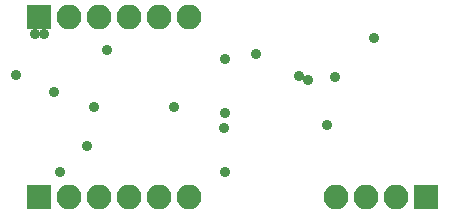
<source format=gbs>
G04 #@! TF.FileFunction,Soldermask,Bot*
%FSLAX46Y46*%
G04 Gerber Fmt 4.6, Leading zero omitted, Abs format (unit mm)*
G04 Created by KiCad (PCBNEW 4.0.7) date 06/20/18 00:36:37*
%MOMM*%
%LPD*%
G01*
G04 APERTURE LIST*
%ADD10C,0.100000*%
%ADD11R,2.100000X2.100000*%
%ADD12O,2.100000X2.100000*%
%ADD13C,0.900000*%
G04 APERTURE END LIST*
D10*
D11*
X71120000Y-68580000D03*
D12*
X73660000Y-68580000D03*
X76200000Y-68580000D03*
X78740000Y-68580000D03*
X81280000Y-68580000D03*
X83820000Y-68580000D03*
D11*
X71120000Y-53340000D03*
D12*
X73660000Y-53340000D03*
X76200000Y-53340000D03*
X78740000Y-53340000D03*
X81280000Y-53340000D03*
X83820000Y-53340000D03*
D11*
X103886000Y-68580000D03*
D12*
X101346000Y-68580000D03*
X98806000Y-68580000D03*
X96266000Y-68580000D03*
D13*
X95504000Y-62484000D03*
X99463500Y-55095500D03*
X72898000Y-66416000D03*
X86804500Y-66421000D03*
X82486500Y-60960000D03*
X75755500Y-60960000D03*
X86868000Y-56832500D03*
X86868000Y-61468000D03*
X96139000Y-58420000D03*
X93840000Y-58596000D03*
X75184000Y-64262000D03*
X69151500Y-58229500D03*
X86741000Y-62738000D03*
X89433400Y-56464200D03*
X76835000Y-56134000D03*
X71551800Y-54724300D03*
X70751700Y-54724300D03*
X72370000Y-59636000D03*
X93140000Y-58326000D03*
M02*

</source>
